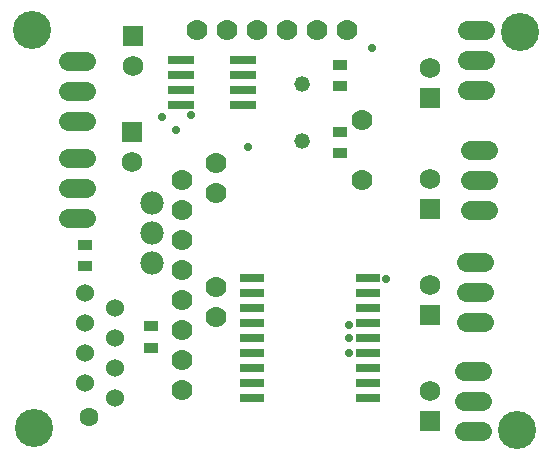
<source format=gts>
G75*
%MOIN*%
%OFA0B0*%
%FSLAX24Y24*%
%IPPOS*%
%LPD*%
%AMOC8*
5,1,8,0,0,1.08239X$1,22.5*
%
%ADD10R,0.0910X0.0280*%
%ADD11R,0.0512X0.0355*%
%ADD12C,0.0520*%
%ADD13R,0.0840X0.0300*%
%ADD14C,0.0640*%
%ADD15R,0.0690X0.0690*%
%ADD16C,0.0690*%
%ADD17C,0.0700*%
%ADD18C,0.0600*%
%ADD19C,0.0631*%
%ADD20C,0.0780*%
%ADD21C,0.0276*%
%ADD22C,0.1267*%
D10*
X007978Y011930D03*
X007978Y012430D03*
X007978Y012930D03*
X007978Y013430D03*
X010038Y013430D03*
X010038Y012930D03*
X010038Y012430D03*
X010038Y011930D03*
D11*
X013258Y012576D03*
X013258Y013284D03*
X013258Y011034D03*
X013258Y010326D03*
X006983Y004559D03*
X006983Y003851D03*
X004758Y006576D03*
X004758Y007284D03*
D12*
X012008Y010730D03*
X012008Y012630D03*
D13*
X010328Y006180D03*
X010328Y005680D03*
X010328Y005180D03*
X010328Y004680D03*
X010328Y004180D03*
X010328Y003680D03*
X010328Y003180D03*
X010328Y002680D03*
X010328Y002180D03*
X014188Y002180D03*
X014188Y002680D03*
X014188Y003180D03*
X014188Y003680D03*
X014188Y004180D03*
X014188Y004680D03*
X014188Y005180D03*
X014188Y005680D03*
X014188Y006180D03*
D14*
X017483Y005705D02*
X018083Y005705D01*
X018083Y004705D02*
X017483Y004705D01*
X017408Y003080D02*
X018008Y003080D01*
X018008Y002080D02*
X017408Y002080D01*
X017408Y001080D02*
X018008Y001080D01*
X018083Y006705D02*
X017483Y006705D01*
X017608Y008455D02*
X018208Y008455D01*
X018208Y009455D02*
X017608Y009455D01*
X017608Y010455D02*
X018208Y010455D01*
X018108Y012430D02*
X017508Y012430D01*
X017508Y013430D02*
X018108Y013430D01*
X018108Y014430D02*
X017508Y014430D01*
X004800Y013415D02*
X004200Y013415D01*
X004200Y012415D02*
X004800Y012415D01*
X004800Y011415D02*
X004200Y011415D01*
X004208Y010158D02*
X004808Y010158D01*
X004808Y009158D02*
X004208Y009158D01*
X004208Y008158D02*
X004808Y008158D01*
D15*
X006333Y011055D03*
X006383Y014230D03*
X016258Y012180D03*
X016258Y008480D03*
X016258Y004930D03*
X016258Y001405D03*
D16*
X016258Y002405D03*
X016258Y005930D03*
X016258Y009480D03*
X016258Y013180D03*
X006383Y013230D03*
X006333Y010055D03*
D17*
X008008Y009430D03*
X009133Y008993D03*
X008008Y008430D03*
X008008Y007430D03*
X008008Y006430D03*
X009133Y005868D03*
X008008Y005430D03*
X009133Y004868D03*
X008008Y004430D03*
X008008Y003430D03*
X008008Y002430D03*
X014008Y009430D03*
X014008Y011430D03*
X013508Y014430D03*
X012508Y014430D03*
X011508Y014430D03*
X010508Y014430D03*
X009508Y014430D03*
X008508Y014430D03*
X009133Y009993D03*
D18*
X004758Y005680D03*
X005758Y005180D03*
X004758Y004680D03*
X005758Y004180D03*
X004758Y003680D03*
X005758Y003180D03*
X004758Y002680D03*
X005758Y002180D03*
D19*
X004902Y001542D03*
D20*
X007008Y006680D03*
X007008Y007680D03*
X007008Y008680D03*
D21*
X010198Y010540D03*
X008308Y011590D03*
X007818Y011100D03*
X007320Y011546D03*
X014328Y013830D03*
X014818Y006130D03*
X013558Y004590D03*
X013558Y004170D03*
X013558Y003680D03*
D22*
X003058Y001180D03*
X019183Y001105D03*
X019258Y014380D03*
X003008Y014455D03*
M02*

</source>
